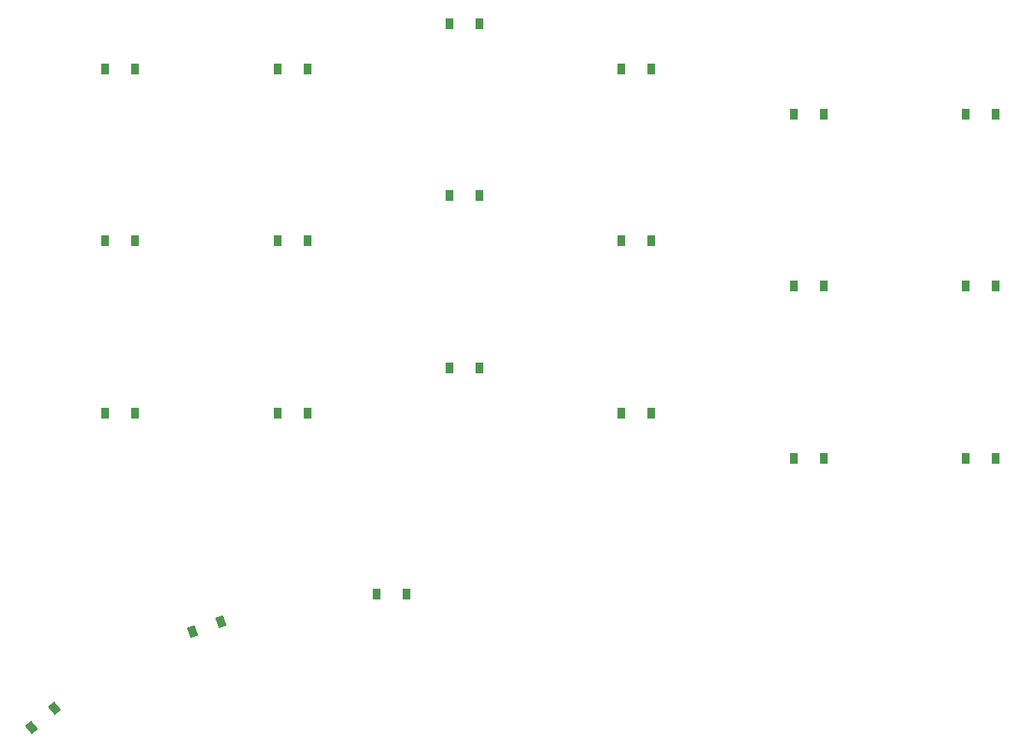
<source format=gbr>
%TF.GenerationSoftware,KiCad,Pcbnew,9.0.3*%
%TF.CreationDate,2025-09-27T17:44:53-06:00*%
%TF.ProjectId,right_connected,72696768-745f-4636-9f6e-6e6563746564,v1.0.0*%
%TF.SameCoordinates,Original*%
%TF.FileFunction,Paste,Top*%
%TF.FilePolarity,Positive*%
%FSLAX46Y46*%
G04 Gerber Fmt 4.6, Leading zero omitted, Abs format (unit mm)*
G04 Created by KiCad (PCBNEW 9.0.3) date 2025-09-27 17:44:53*
%MOMM*%
%LPD*%
G01*
G04 APERTURE LIST*
G04 Aperture macros list*
%AMRotRect*
0 Rectangle, with rotation*
0 The origin of the aperture is its center*
0 $1 length*
0 $2 width*
0 $3 Rotation angle, in degrees counterclockwise*
0 Add horizontal line*
21,1,$1,$2,0,0,$3*%
G04 Aperture macros list end*
%ADD10R,0.900000X1.200000*%
%ADD11RotRect,0.900000X1.200000X20.000000*%
%ADD12RotRect,0.900000X1.200000X40.000000*%
G04 APERTURE END LIST*
D10*
%TO.C,D14*%
X292350000Y-81000000D03*
X295650000Y-81000000D03*
%TD*%
%TO.C,D1*%
X368350000Y-105000000D03*
X371650000Y-105000000D03*
%TD*%
%TO.C,D9*%
X330350000Y-62000000D03*
X333650000Y-62000000D03*
%TD*%
%TO.C,D3*%
X368350000Y-67000000D03*
X371650000Y-67000000D03*
%TD*%
%TO.C,D15*%
X292350000Y-62000000D03*
X295650000Y-62000000D03*
%TD*%
%TO.C,D6*%
X349350000Y-67000000D03*
X352650000Y-67000000D03*
%TD*%
%TO.C,D7*%
X330350000Y-100000000D03*
X333650000Y-100000000D03*
%TD*%
%TO.C,D17*%
X273350000Y-81000000D03*
X276650000Y-81000000D03*
%TD*%
%TO.C,D11*%
X311350000Y-76000000D03*
X314650000Y-76000000D03*
%TD*%
%TO.C,D18*%
X273350000Y-62000000D03*
X276650000Y-62000000D03*
%TD*%
%TO.C,D2*%
X368350000Y-86000000D03*
X371650000Y-86000000D03*
%TD*%
D11*
%TO.C,D20*%
X283026520Y-124165457D03*
X286127506Y-123036791D03*
%TD*%
D10*
%TO.C,D4*%
X349350000Y-105000000D03*
X352650000Y-105000000D03*
%TD*%
%TO.C,D5*%
X349350000Y-86000000D03*
X352650000Y-86000000D03*
%TD*%
%TO.C,D8*%
X330350000Y-81000000D03*
X333650000Y-81000000D03*
%TD*%
D12*
%TO.C,D21*%
X265179719Y-134729978D03*
X267707665Y-132608778D03*
%TD*%
D10*
%TO.C,D10*%
X311350000Y-95000000D03*
X314650000Y-95000000D03*
%TD*%
%TO.C,D16*%
X273350000Y-100000000D03*
X276650000Y-100000000D03*
%TD*%
%TO.C,D12*%
X311350000Y-57000000D03*
X314650000Y-57000000D03*
%TD*%
%TO.C,D19*%
X303350000Y-120000000D03*
X306650000Y-120000000D03*
%TD*%
%TO.C,D13*%
X292350000Y-100000000D03*
X295650000Y-100000000D03*
%TD*%
M02*

</source>
